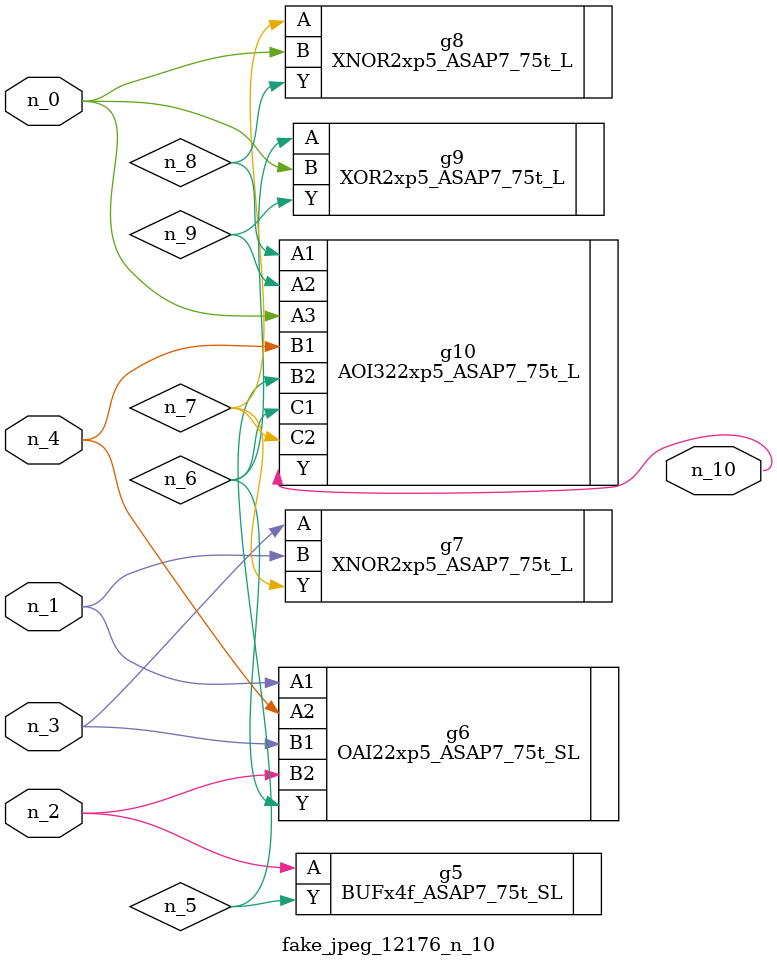
<source format=v>
module fake_jpeg_12176_n_10 (n_3, n_2, n_1, n_0, n_4, n_10);

input n_3;
input n_2;
input n_1;
input n_0;
input n_4;

output n_10;

wire n_8;
wire n_9;
wire n_6;
wire n_5;
wire n_7;

BUFx4f_ASAP7_75t_SL g5 ( 
.A(n_2),
.Y(n_5)
);

OAI22xp5_ASAP7_75t_SL g6 ( 
.A1(n_1),
.A2(n_4),
.B1(n_3),
.B2(n_2),
.Y(n_6)
);

XNOR2xp5_ASAP7_75t_L g7 ( 
.A(n_3),
.B(n_1),
.Y(n_7)
);

XNOR2xp5_ASAP7_75t_L g8 ( 
.A(n_7),
.B(n_0),
.Y(n_8)
);

AOI322xp5_ASAP7_75t_L g10 ( 
.A1(n_8),
.A2(n_9),
.A3(n_0),
.B1(n_4),
.B2(n_5),
.C1(n_6),
.C2(n_7),
.Y(n_10)
);

XOR2xp5_ASAP7_75t_L g9 ( 
.A(n_6),
.B(n_0),
.Y(n_9)
);


endmodule
</source>
